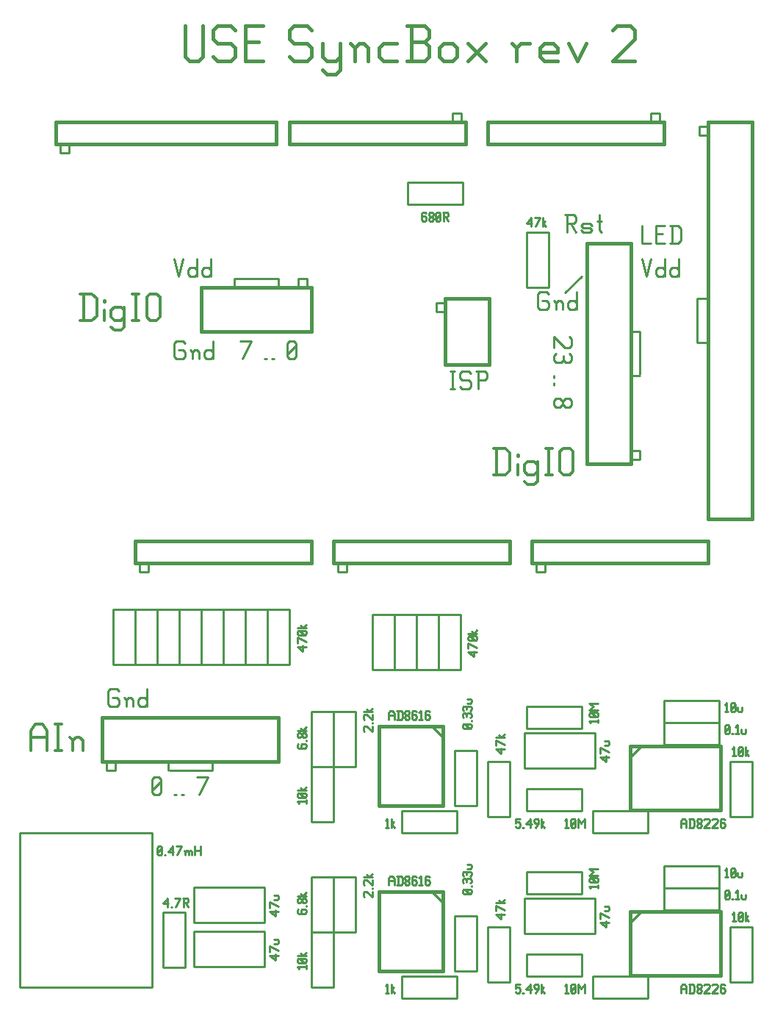
<source format=gbr>
G04 start of page 8 for group -4079 idx -4079 *
G04 Title: (unknown), topsilk *
G04 Creator: pcb 20140316 *
G04 CreationDate: Wed 12 Dec 2018 10:26:37 PM GMT UTC *
G04 For: thomasc *
G04 Format: Gerber/RS-274X *
G04 PCB-Dimensions (mil): 3750.00 5000.00 *
G04 PCB-Coordinate-Origin: lower left *
%MOIN*%
%FSLAX25Y25*%
%LNTOPSILK*%
%ADD52C,0.0150*%
%ADD51C,0.0120*%
%ADD50C,0.0160*%
%ADD49C,0.0100*%
G54D49*X260000Y357500D02*X267500Y365000D01*
X208000Y322000D02*X210000D01*
X209000D02*Y314000D01*
X208000D02*X210000D01*
X216400Y322000D02*X217400Y321000D01*
X213400Y322000D02*X216400D01*
X212400Y321000D02*X213400Y322000D01*
X212400Y321000D02*Y319000D01*
X213400Y318000D01*
X216400D01*
X217400Y317000D01*
Y315000D01*
X216400Y314000D02*X217400Y315000D01*
X213400Y314000D02*X216400D01*
X212400Y315000D02*X213400Y314000D01*
X220800Y322000D02*Y314000D01*
X219800Y322000D02*X223800D01*
X224800Y321000D01*
Y319000D01*
X223800Y318000D02*X224800Y319000D01*
X220800Y318000D02*X223800D01*
X251500Y358000D02*X252500Y357000D01*
X248500Y358000D02*X251500D01*
X247500Y357000D02*X248500Y358000D01*
X247500Y357000D02*Y351000D01*
X248500Y350000D01*
X251500D01*
X252500Y351000D01*
Y353000D02*Y351000D01*
X251500Y354000D02*X252500Y353000D01*
X249500Y354000D02*X251500D01*
X255900Y353000D02*Y350000D01*
Y353000D02*X256900Y354000D01*
X257900D01*
X258900Y353000D01*
Y350000D01*
X254900Y354000D02*X255900Y353000D01*
X265300Y358000D02*Y350000D01*
X264300D02*X265300Y351000D01*
X262300Y350000D02*X264300D01*
X261300Y351000D02*X262300Y350000D01*
X261300Y353000D02*Y351000D01*
Y353000D02*X262300Y354000D01*
X264300D01*
X265300Y353000D01*
X295000Y373000D02*X297000Y365000D01*
X299000Y373000D01*
X305400D02*Y365000D01*
X304400D02*X305400Y366000D01*
X302400Y365000D02*X304400D01*
X301400Y366000D02*X302400Y365000D01*
X301400Y368000D02*Y366000D01*
Y368000D02*X302400Y369000D01*
X304400D01*
X305400Y368000D01*
X311800Y373000D02*Y365000D01*
X310800D02*X311800Y366000D01*
X308800Y365000D02*X310800D01*
X307800Y366000D02*X308800Y365000D01*
X307800Y368000D02*Y366000D01*
Y368000D02*X308800Y369000D01*
X310800D01*
X311800Y368000D01*
X260000Y393000D02*X264000D01*
X265000Y392000D01*
Y390000D01*
X264000Y389000D02*X265000Y390000D01*
X261000Y389000D02*X264000D01*
X261000Y393000D02*Y385000D01*
X262600Y389000D02*X265000Y385000D01*
X268400D02*X271400D01*
X272400Y386000D01*
X271400Y387000D02*X272400Y386000D01*
X268400Y387000D02*X271400D01*
X267400Y388000D02*X268400Y387000D01*
X267400Y388000D02*X268400Y389000D01*
X271400D01*
X272400Y388000D01*
X267400Y386000D02*X268400Y385000D01*
X275800Y393000D02*Y386000D01*
X276800Y385000D01*
X274800Y390000D02*X276800D01*
X242500Y389000D02*X244500Y391500D01*
X242500Y389000D02*X245000D01*
X244500Y391500D02*Y387500D01*
X246700D02*X248700Y391500D01*
X246200D02*X248700D01*
X249900D02*Y387500D01*
Y389000D02*X251400Y387500D01*
X249900Y389000D02*X250900Y390000D01*
X113500Y327500D02*X117500Y335500D01*
X112500D02*X117500D01*
X123500Y327500D02*X124500D01*
X126900D02*X127900D01*
X133900Y328500D02*X134900Y327500D01*
X133900Y334500D02*Y328500D01*
Y334500D02*X134900Y335500D01*
X136900D01*
X137900Y334500D01*
Y328500D01*
X136900Y327500D02*X137900Y328500D01*
X134900Y327500D02*X136900D01*
X133900Y329500D02*X137900Y333500D01*
X82500Y373000D02*X84500Y365000D01*
X86500Y373000D01*
X92900D02*Y365000D01*
X91900D02*X92900Y366000D01*
X89900Y365000D02*X91900D01*
X88900Y366000D02*X89900Y365000D01*
X88900Y368000D02*Y366000D01*
Y368000D02*X89900Y369000D01*
X91900D01*
X92900Y368000D01*
X99300Y373000D02*Y365000D01*
X98300D02*X99300Y366000D01*
X96300Y365000D02*X98300D01*
X95300Y366000D02*X96300Y365000D01*
X95300Y368000D02*Y366000D01*
Y368000D02*X96300Y369000D01*
X98300D01*
X99300Y368000D01*
X86500Y335500D02*X87500Y334500D01*
X83500Y335500D02*X86500D01*
X82500Y334500D02*X83500Y335500D01*
X82500Y334500D02*Y328500D01*
X83500Y327500D01*
X86500D01*
X87500Y328500D01*
Y330500D02*Y328500D01*
X86500Y331500D02*X87500Y330500D01*
X84500Y331500D02*X86500D01*
X90900Y330500D02*Y327500D01*
Y330500D02*X91900Y331500D01*
X92900D01*
X93900Y330500D01*
Y327500D01*
X89900Y331500D02*X90900Y330500D01*
X100300Y335500D02*Y327500D01*
X99300D02*X100300Y328500D01*
X97300Y327500D02*X99300D01*
X96300Y328500D02*X97300Y327500D01*
X96300Y330500D02*Y328500D01*
Y330500D02*X97300Y331500D01*
X99300D01*
X100300Y330500D01*
X141000Y195000D02*X138500Y197000D01*
X141000Y197500D02*Y195000D01*
X138500Y197000D02*X142500D01*
Y199200D02*X138500Y201200D01*
Y198700D01*
X142000Y202400D02*X142500Y202900D01*
X139000Y202400D02*X142000D01*
X139000D02*X138500Y202900D01*
Y203900D02*Y202900D01*
Y203900D02*X139000Y204400D01*
X142000D01*
X142500Y203900D02*X142000Y204400D01*
X142500Y203900D02*Y202900D01*
X141500Y202400D02*X139500Y204400D01*
X138500Y205600D02*X142500D01*
X141000D02*X142500Y207100D01*
X141000Y205600D02*X140000Y206600D01*
X295000Y388000D02*Y380000D01*
X299000D01*
X301400Y384400D02*X304400D01*
X301400Y380000D02*X305400D01*
X301400Y388000D02*Y380000D01*
Y388000D02*X305400D01*
X308800D02*Y380000D01*
X311400Y388000D02*X312800Y386600D01*
Y381400D01*
X311400Y380000D02*X312800Y381400D01*
X307800Y380000D02*X311400D01*
X307800Y388000D02*X311400D01*
X196500Y394000D02*X197000Y393500D01*
X195500Y394000D02*X196500D01*
X195000Y393500D02*X195500Y394000D01*
X195000Y393500D02*Y390500D01*
X195500Y390000D01*
X196500Y392200D02*X197000Y391700D01*
X195000Y392200D02*X196500D01*
X195500Y390000D02*X196500D01*
X197000Y390500D01*
Y391700D02*Y390500D01*
X198200D02*X198700Y390000D01*
X198200Y391300D02*Y390500D01*
Y391300D02*X198900Y392000D01*
X199500D01*
X200200Y391300D01*
Y390500D01*
X199700Y390000D02*X200200Y390500D01*
X198700Y390000D02*X199700D01*
X198200Y392700D02*X198900Y392000D01*
X198200Y393500D02*Y392700D01*
Y393500D02*X198700Y394000D01*
X199700D01*
X200200Y393500D01*
Y392700D01*
X199500Y392000D02*X200200Y392700D01*
X201400Y390500D02*X201900Y390000D01*
X201400Y393500D02*Y390500D01*
Y393500D02*X201900Y394000D01*
X202900D01*
X203400Y393500D01*
Y390500D01*
X202900Y390000D02*X203400Y390500D01*
X201900Y390000D02*X202900D01*
X201400Y391000D02*X203400Y393000D01*
X204600Y394000D02*X206600D01*
X207100Y393500D01*
Y392500D01*
X206600Y392000D02*X207100Y392500D01*
X205100Y392000D02*X206600D01*
X205100Y394000D02*Y390000D01*
X205900Y392000D02*X207100Y390000D01*
G54D50*X87500Y478500D02*Y464500D01*
X89500Y462500D01*
X93500D01*
X95500Y464500D01*
Y478500D02*Y464500D01*
X108300Y478500D02*X110300Y476500D01*
X102300Y478500D02*X108300D01*
X100300Y476500D02*X102300Y478500D01*
X100300Y476500D02*Y472500D01*
X102300Y470500D01*
X108300D01*
X110300Y468500D01*
Y464500D01*
X108300Y462500D02*X110300Y464500D01*
X102300Y462500D02*X108300D01*
X100300Y464500D02*X102300Y462500D01*
X115100Y471300D02*X121100D01*
X115100Y462500D02*X123100D01*
X115100Y478500D02*Y462500D01*
Y478500D02*X123100D01*
X143100D02*X145100Y476500D01*
X137100Y478500D02*X143100D01*
X135100Y476500D02*X137100Y478500D01*
X135100Y476500D02*Y472500D01*
X137100Y470500D01*
X143100D01*
X145100Y468500D01*
Y464500D01*
X143100Y462500D02*X145100Y464500D01*
X137100Y462500D02*X143100D01*
X135100Y464500D02*X137100Y462500D01*
X149900Y470500D02*Y464500D01*
X151900Y462500D01*
X157900Y470500D02*Y458500D01*
X155900Y456500D02*X157900Y458500D01*
X151900Y456500D02*X155900D01*
X149900Y458500D02*X151900Y456500D01*
Y462500D02*X155900D01*
X157900Y464500D01*
X164700Y468500D02*Y462500D01*
Y468500D02*X166700Y470500D01*
X168700D01*
X170700Y468500D01*
Y462500D01*
X162700Y470500D02*X164700Y468500D01*
X177500Y470500D02*X183500D01*
X175500Y468500D02*X177500Y470500D01*
X175500Y468500D02*Y464500D01*
X177500Y462500D01*
X183500D01*
X188300D02*X196300D01*
X198300Y464500D01*
Y469300D02*Y464500D01*
X196300Y471300D02*X198300Y469300D01*
X190300Y471300D02*X196300D01*
X190300Y478500D02*Y462500D01*
X188300Y478500D02*X196300D01*
X198300Y476500D01*
Y473300D01*
X196300Y471300D02*X198300Y473300D01*
X203100Y468500D02*Y464500D01*
Y468500D02*X205100Y470500D01*
X209100D01*
X211100Y468500D01*
Y464500D01*
X209100Y462500D02*X211100Y464500D01*
X205100Y462500D02*X209100D01*
X203100Y464500D02*X205100Y462500D01*
X215900Y470500D02*X223900Y462500D01*
X215900D02*X223900Y470500D01*
X237900Y468500D02*Y462500D01*
Y468500D02*X239900Y470500D01*
X243900D01*
X235900D02*X237900Y468500D01*
X250700Y462500D02*X256700D01*
X248700Y464500D02*X250700Y462500D01*
X248700Y468500D02*Y464500D01*
Y468500D02*X250700Y470500D01*
X254700D01*
X256700Y468500D01*
X248700Y466500D02*X256700D01*
Y468500D02*Y466500D01*
X261500Y470500D02*X265500Y462500D01*
X269500Y470500D02*X265500Y462500D01*
X281500Y476500D02*X283500Y478500D01*
X289500D01*
X291500Y476500D01*
Y472500D01*
X281500Y462500D02*X291500Y472500D01*
X281500Y462500D02*X291500D01*
G54D51*X229000Y287000D02*Y275000D01*
X232900Y287000D02*X235000Y284900D01*
Y277100D01*
X232900Y275000D02*X235000Y277100D01*
X227500Y275000D02*X232900D01*
X227500Y287000D02*X232900D01*
G54D52*X238600Y284000D02*Y283700D01*
G54D51*Y279500D02*Y275000D01*
X246100Y281000D02*X247600Y279500D01*
X243100Y281000D02*X246100D01*
X241600Y279500D02*X243100Y281000D01*
X241600Y279500D02*Y276500D01*
X243100Y275000D01*
X246100D01*
X247600Y276500D01*
X241600Y272000D02*X243100Y270500D01*
X246100D01*
X247600Y272000D01*
Y281000D02*Y272000D01*
X251200Y287000D02*X254200D01*
X252700D02*Y275000D01*
X251200D02*X254200D01*
X257800Y285500D02*Y276500D01*
Y285500D02*X259300Y287000D01*
X262300D01*
X263800Y285500D01*
Y276500D01*
X262300Y275000D02*X263800Y276500D01*
X259300Y275000D02*X262300D01*
X257800Y276500D02*X259300Y275000D01*
G54D49*X218500Y192500D02*X216000Y194500D01*
X218500Y195000D02*Y192500D01*
X216000Y194500D02*X220000D01*
Y196700D02*X216000Y198700D01*
Y196200D01*
X219500Y199900D02*X220000Y200400D01*
X216500Y199900D02*X219500D01*
X216500D02*X216000Y200400D01*
Y201400D02*Y200400D01*
Y201400D02*X216500Y201900D01*
X219500D01*
X220000Y201400D02*X219500Y201900D01*
X220000Y201400D02*Y200400D01*
X219000Y199900D02*X217000Y201900D01*
X216000Y203100D02*X220000D01*
X218500D02*X220000Y204600D01*
X218500Y203100D02*X217500Y204100D01*
G54D51*X41500Y357000D02*Y345000D01*
X45400Y357000D02*X47500Y354900D01*
Y347100D01*
X45400Y345000D02*X47500Y347100D01*
X40000Y345000D02*X45400D01*
X40000Y357000D02*X45400D01*
G54D52*X51100Y354000D02*Y353700D01*
G54D51*Y349500D02*Y345000D01*
X58600Y351000D02*X60100Y349500D01*
X55600Y351000D02*X58600D01*
X54100Y349500D02*X55600Y351000D01*
X54100Y349500D02*Y346500D01*
X55600Y345000D01*
X58600D01*
X60100Y346500D01*
X54100Y342000D02*X55600Y340500D01*
X58600D01*
X60100Y342000D01*
Y351000D02*Y342000D01*
X63700Y357000D02*X66700D01*
X65200D02*Y345000D01*
X63700D02*X66700D01*
X70300Y355500D02*Y346500D01*
Y355500D02*X71800Y357000D01*
X74800D01*
X76300Y355500D01*
Y346500D01*
X74800Y345000D02*X76300Y346500D01*
X71800Y345000D02*X74800D01*
X70300Y346500D02*X71800Y345000D01*
G54D49*X72500Y131000D02*X73500Y130000D01*
X72500Y137000D02*Y131000D01*
Y137000D02*X73500Y138000D01*
X75500D01*
X76500Y137000D01*
Y131000D01*
X75500Y130000D02*X76500Y131000D01*
X73500Y130000D02*X75500D01*
X72500Y132000D02*X76500Y136000D01*
X82500Y130000D02*X83500D01*
X85900D02*X86900D01*
X93900D02*X97900Y138000D01*
X92900D02*X97900D01*
X56500Y178000D02*X57500Y177000D01*
X53500Y178000D02*X56500D01*
X52500Y177000D02*X53500Y178000D01*
X52500Y177000D02*Y171000D01*
X53500Y170000D01*
X56500D01*
X57500Y171000D01*
Y173000D02*Y171000D01*
X56500Y174000D02*X57500Y173000D01*
X54500Y174000D02*X56500D01*
X60900Y173000D02*Y170000D01*
Y173000D02*X61900Y174000D01*
X62900D01*
X63900Y173000D01*
Y170000D01*
X59900Y174000D02*X60900Y173000D01*
X70300Y178000D02*Y170000D01*
X69300D02*X70300Y171000D01*
X67300Y170000D02*X69300D01*
X66300Y171000D02*X67300Y170000D01*
X66300Y173000D02*Y171000D01*
Y173000D02*X67300Y174000D01*
X69300D01*
X70300Y173000D01*
G54D51*X17500Y159000D02*Y150000D01*
Y159000D02*X19600Y162000D01*
X22900D01*
X25000Y159000D01*
Y150000D01*
X17500Y156000D02*X25000D01*
X28600Y162000D02*X31600D01*
X30100D02*Y150000D01*
X28600D02*X31600D01*
X36700Y154500D02*Y150000D01*
Y154500D02*X38200Y156000D01*
X39700D01*
X41200Y154500D01*
Y150000D01*
X35200Y156000D02*X36700Y154500D01*
G54D49*X262000Y337500D02*X263000Y336500D01*
Y333500D01*
X262000Y332500D01*
X260000D02*X262000D01*
X255000Y337500D02*X260000Y332500D01*
X255000Y337500D02*Y332500D01*
X262000Y330100D02*X263000Y329100D01*
Y327100D01*
X262000Y326100D01*
X255000Y327100D02*X256000Y326100D01*
X255000Y329100D02*Y327100D01*
X256000Y330100D02*X255000Y329100D01*
X259400D02*Y327100D01*
X260400Y326100D02*X262000D01*
X256000D02*X258400D01*
X259400Y327100D01*
X260400Y326100D02*X259400Y327100D01*
X255000Y320100D02*Y319100D01*
Y316700D02*Y315700D01*
X256000Y309700D02*X255000Y308700D01*
X256000Y309700D02*X257600D01*
X259000Y308300D01*
Y307100D01*
X257600Y305700D01*
X256000D02*X257600D01*
X255000Y306700D02*X256000Y305700D01*
X255000Y308700D02*Y306700D01*
X260400Y309700D02*X259000Y308300D01*
X260400Y309700D02*X262000D01*
X263000Y308700D01*
Y306700D01*
X262000Y305700D01*
X260400D02*X262000D01*
X259000Y307100D02*X260400Y305700D01*
X12500Y112500D02*Y42500D01*
X72500D01*
Y112500D01*
X12500D01*
X87500Y76500D02*Y51500D01*
X77500D02*X87500D01*
X77500Y76500D02*Y51500D01*
Y76500D02*X87500D01*
X91500Y52000D02*X123500D01*
X91500Y68000D02*Y52000D01*
Y68000D02*X123500D01*
Y52000D01*
X91500Y72000D02*X123500D01*
X91500Y88000D02*Y72000D01*
Y88000D02*X123500D01*
Y72000D01*
G54D52*X129000Y435000D02*Y425000D01*
X29000Y435000D02*Y425000D01*
G54D49*X31000D02*Y421000D01*
X35000D02*Y425000D01*
X31000Y421000D02*X35000D01*
G54D52*X29000Y425000D02*X129000D01*
Y435000D02*X29000D01*
X145000Y245000D02*Y235000D01*
X65000Y245000D02*Y235000D01*
G54D49*X67000D02*Y231000D01*
X71000D02*Y235000D01*
X67000Y231000D02*X71000D01*
G54D52*X65000Y235000D02*X145000D01*
Y245000D02*X65000D01*
G54D49*X188500Y407500D02*X213500D01*
Y397500D01*
X188500D01*
Y407500D01*
G54D52*X95000Y360000D02*Y340000D01*
X145000Y360000D02*Y340000D01*
G54D49*X143000Y364000D02*Y360000D01*
G54D52*X95000D02*X145000D01*
G54D49*X139000Y364000D02*X143000D01*
G54D52*X95000Y340000D02*X145000D01*
G54D49*X139000Y364000D02*Y360000D01*
X110000Y364000D02*Y360000D01*
X130000Y364000D02*Y360000D01*
X110000Y364000D02*X129500D01*
G54D52*X225000Y435000D02*Y425000D01*
X305000Y435000D02*Y425000D01*
G54D49*X303000Y439000D02*Y435000D01*
X299000Y439000D02*Y435000D01*
Y439000D02*X303000D01*
G54D52*X225000Y435000D02*X305000D01*
X225000Y425000D02*X305000D01*
X135000Y435000D02*Y425000D01*
X215000Y435000D02*Y425000D01*
G54D49*X213000Y439000D02*Y435000D01*
X209000Y439000D02*Y435000D01*
Y439000D02*X213000D01*
G54D52*X135000Y435000D02*X215000D01*
X135000Y425000D02*X215000D01*
G54D49*X320000Y355000D02*X325000D01*
X320000Y335000D02*X325000D01*
X320000Y355000D02*Y335000D01*
X321000Y429000D02*X325000D01*
G54D52*X345000Y435000D02*Y255000D01*
G54D49*X321000Y433000D02*Y429000D01*
G54D52*X325000Y435000D02*Y255000D01*
G54D49*X321000Y433000D02*X325000D01*
G54D52*Y435000D02*X345000D01*
X325000Y255000D02*X345000D01*
X325000Y245000D02*Y235000D01*
X245000Y245000D02*Y235000D01*
G54D49*X247000D02*Y231000D01*
X251000D02*Y235000D01*
X247000Y231000D02*X251000D01*
G54D52*X245000Y235000D02*X325000D01*
Y245000D02*X245000D01*
X235000D02*Y235000D01*
X155000Y245000D02*Y235000D01*
G54D49*X157000D02*Y231000D01*
X161000D02*Y235000D01*
X157000Y231000D02*X161000D01*
G54D52*X155000Y235000D02*X235000D01*
Y245000D02*X155000D01*
X225500Y355000D02*Y325000D01*
G54D49*X201500Y353000D02*Y349000D01*
Y353000D02*X205500D01*
G54D52*Y325000D02*X225500D01*
G54D49*X201500Y349000D02*X205500D01*
G54D52*Y355000D02*Y325000D01*
Y355000D02*X225500D01*
X270000Y380000D02*X290000D01*
X270000Y280000D02*X290000D01*
G54D49*Y282000D02*X294000D01*
G54D52*X290000Y380000D02*Y280000D01*
G54D49*X294000Y286000D02*Y282000D01*
G54D52*X270000Y380000D02*Y280000D01*
G54D49*X290000Y286000D02*X294000D01*
X290000Y340000D02*X294000D01*
X290000Y320000D02*X294000D01*
Y340000D02*Y320500D01*
X252500Y385000D02*Y360000D01*
X242500D02*X252500D01*
X242500Y385000D02*Y360000D01*
Y385000D02*X252500D01*
G54D52*X289500Y77000D02*X330500D01*
Y48000D01*
X289500Y77000D02*Y48000D01*
X330500D01*
G54D49*X294500Y77000D02*X289500Y72000D01*
X273500Y83000D02*X241500D01*
X273500Y67000D02*Y83000D01*
X241500Y67000D02*X273500D01*
X241500Y83000D02*Y67000D01*
X335000Y70000D02*Y45000D01*
Y70000D02*X345000D01*
Y45000D01*
X335000D02*X345000D01*
X272500Y47500D02*X297500D01*
Y37500D01*
X272500D02*X297500D01*
X272500Y47500D02*Y37500D01*
X225000Y70000D02*Y45000D01*
Y70000D02*X235000D01*
Y45000D01*
X225000D02*X235000D01*
X242500Y57500D02*X267500D01*
Y47500D01*
X242500D01*
Y57500D01*
Y95000D02*X267500D01*
Y85000D01*
X242500D01*
Y95000D01*
X273500Y158000D02*X241500D01*
X273500Y142000D02*Y158000D01*
X241500Y142000D02*X273500D01*
X241500Y158000D02*Y142000D01*
X242500Y132500D02*X267500D01*
Y122500D01*
X242500D01*
Y132500D01*
Y170000D02*X267500D01*
Y160000D01*
X242500D01*
Y170000D01*
X225000Y145000D02*Y120000D01*
Y145000D02*X235000D01*
Y120000D01*
X225000D02*X235000D01*
X305000Y87500D02*X330000D01*
Y77500D01*
X305000D01*
Y87500D01*
Y97500D02*X330000D01*
Y87500D01*
X305000D01*
Y97500D01*
G54D52*X289500Y152000D02*X330500D01*
Y123000D01*
X289500Y152000D02*Y123000D01*
X330500D01*
G54D49*X294500Y152000D02*X289500Y147000D01*
X305000Y162500D02*X330000D01*
Y152500D01*
X305000D01*
Y162500D01*
Y172500D02*X330000D01*
Y162500D01*
X305000D01*
Y172500D01*
X335000Y145000D02*Y120000D01*
Y145000D02*X345000D01*
Y120000D01*
X335000D02*X345000D01*
X272500Y122500D02*X297500D01*
Y112500D01*
X272500D02*X297500D01*
X272500Y122500D02*Y112500D01*
X145000Y92500D02*Y67500D01*
Y92500D02*X155000D01*
Y67500D01*
X145000D02*X155000D01*
Y92500D02*Y67500D01*
Y92500D02*X165000D01*
Y67500D01*
X155000D02*X165000D01*
X145000D02*Y42500D01*
Y67500D02*X155000D01*
Y42500D01*
X145000D02*X155000D01*
G54D52*X175500Y86000D02*Y50000D01*
X204500Y86000D02*Y50000D01*
G54D49*Y81000D02*X199500Y86000D01*
G54D52*X175500D02*X204500D01*
X175500Y50000D02*X204500D01*
G54D49*X210000Y75000D02*Y50000D01*
Y75000D02*X220000D01*
Y50000D01*
X210000D02*X220000D01*
X186000Y47500D02*X211000D01*
Y37500D01*
X186000D02*X211000D01*
X186000Y47500D02*Y37500D01*
X145000Y167500D02*Y142500D01*
Y167500D02*X155000D01*
Y142500D01*
X145000D02*X155000D01*
X145000D02*Y117500D01*
Y142500D02*X155000D01*
Y117500D01*
X145000D02*X155000D01*
G54D52*X130000Y165000D02*Y145000D01*
X50000Y165000D02*Y145000D01*
G54D49*X52000D02*Y141000D01*
G54D52*X50000Y145000D02*X130000D01*
G54D49*X52000Y141000D02*X56000D01*
G54D52*X50000Y165000D02*X130000D01*
G54D49*X56000Y145000D02*Y141000D01*
X100000Y145000D02*Y141000D01*
X80000Y145000D02*Y141000D01*
X80500D02*X100000D01*
X155000Y167500D02*Y142500D01*
Y167500D02*X165000D01*
Y142500D01*
X155000D02*X165000D01*
G54D52*X175500Y161000D02*Y125000D01*
X204500Y161000D02*Y125000D01*
G54D49*Y156000D02*X199500Y161000D01*
G54D52*X175500D02*X204500D01*
X175500Y125000D02*X204500D01*
G54D49*X210000Y150000D02*Y125000D01*
Y150000D02*X220000D01*
Y125000D01*
X210000D02*X220000D01*
X186000Y122500D02*X211000D01*
Y112500D01*
X186000D02*X211000D01*
X186000Y122500D02*Y112500D01*
X85000Y189000D02*Y214000D01*
X75000Y189000D02*X85000D01*
X75000D02*Y214000D01*
X85000D01*
X75000Y189000D02*Y214000D01*
X65000Y189000D02*X75000D01*
X65000D02*Y214000D01*
X75000D01*
X65000Y189000D02*Y214000D01*
X55000Y189000D02*X65000D01*
X55000D02*Y214000D01*
X65000D01*
X95000Y189000D02*Y214000D01*
X85000Y189000D02*X95000D01*
X85000D02*Y214000D01*
X95000D01*
X115000Y189000D02*Y214000D01*
X105000Y189000D02*X115000D01*
X105000D02*Y214000D01*
X115000D01*
X105000Y189000D02*Y214000D01*
X95000Y189000D02*X105000D01*
X95000D02*Y214000D01*
X105000D01*
X125000Y189000D02*Y214000D01*
X115000Y189000D02*X125000D01*
X115000D02*Y214000D01*
X125000D01*
X135000Y189000D02*Y214000D01*
X125000Y189000D02*X135000D01*
X125000D02*Y214000D01*
X135000D01*
X182500Y186500D02*Y211500D01*
X172500Y186500D02*X182500D01*
X172500D02*Y211500D01*
X182500D01*
X192500Y186500D02*Y211500D01*
X182500Y186500D02*X192500D01*
X182500D02*Y211500D01*
X192500D01*
X202500Y186500D02*Y211500D01*
X192500Y186500D02*X202500D01*
X192500D02*Y211500D01*
X202500D01*
X212500Y186500D02*Y211500D01*
X202500Y186500D02*X212500D01*
X202500D02*Y211500D01*
X212500D01*
X138500Y77500D02*X139000Y78000D01*
X138500Y77500D02*Y76500D01*
X139000Y76000D02*X138500Y76500D01*
X139000Y76000D02*X142000D01*
X142500Y76500D01*
X140300Y77500D02*X140800Y78000D01*
X140300Y77500D02*Y76000D01*
X142500Y77500D02*Y76500D01*
Y77500D02*X142000Y78000D01*
X140800D02*X142000D01*
X142500Y79700D02*Y79200D01*
X142000Y80900D02*X142500Y81400D01*
X141200Y80900D02*X142000D01*
X141200D02*X140500Y81600D01*
Y82200D02*Y81600D01*
Y82200D02*X141200Y82900D01*
X142000D01*
X142500Y82400D02*X142000Y82900D01*
X142500Y82400D02*Y81400D01*
X139800Y80900D02*X140500Y81600D01*
X139000Y80900D02*X139800D01*
X139000D02*X138500Y81400D01*
Y82400D02*Y81400D01*
Y82400D02*X139000Y82900D01*
X139800D01*
X140500Y82200D02*X139800Y82900D01*
X138500Y84100D02*X142500D01*
X141000D02*X142500Y85600D01*
X141000Y84100D02*X140000Y85100D01*
X169000Y83500D02*X168500Y84000D01*
Y85500D02*Y84000D01*
Y85500D02*X169000Y86000D01*
X170000D01*
X172500Y83500D02*X170000Y86000D01*
X172500D02*Y83500D01*
Y87700D02*Y87200D01*
X169000Y88900D02*X168500Y89400D01*
Y90900D02*Y89400D01*
Y90900D02*X169000Y91400D01*
X170000D01*
X172500Y88900D02*X170000Y91400D01*
X172500D02*Y88900D01*
X168500Y92600D02*X172500D01*
X171000D02*X172500Y94100D01*
X171000Y92600D02*X170000Y93600D01*
X139300Y51000D02*X138500Y51800D01*
X142500D01*
Y52500D02*Y51000D01*
X142000Y53700D02*X142500Y54200D01*
X139000Y53700D02*X142000D01*
X139000D02*X138500Y54200D01*
Y55200D02*Y54200D01*
Y55200D02*X139000Y55700D01*
X142000D01*
X142500Y55200D02*X142000Y55700D01*
X142500Y55200D02*Y54200D01*
X141500Y53700D02*X139500Y55700D01*
X138500Y56900D02*X142500D01*
X141000D02*X142500Y58400D01*
X141000Y56900D02*X140000Y57900D01*
X180000Y92000D02*Y89000D01*
Y92000D02*X180700Y93000D01*
X181800D01*
X182500Y92000D01*
Y89000D01*
X180000Y91000D02*X182500D01*
X184200Y93000D02*Y89000D01*
X185500Y93000D02*X186200Y92300D01*
Y89700D01*
X185500Y89000D02*X186200Y89700D01*
X183700Y89000D02*X185500D01*
X183700Y93000D02*X185500D01*
X187400Y89500D02*X187900Y89000D01*
X187400Y90300D02*Y89500D01*
Y90300D02*X188100Y91000D01*
X188700D01*
X189400Y90300D01*
Y89500D01*
X188900Y89000D02*X189400Y89500D01*
X187900Y89000D02*X188900D01*
X187400Y91700D02*X188100Y91000D01*
X187400Y92500D02*Y91700D01*
Y92500D02*X187900Y93000D01*
X188900D01*
X189400Y92500D01*
Y91700D01*
X188700Y91000D02*X189400Y91700D01*
X192100Y93000D02*X192600Y92500D01*
X191100Y93000D02*X192100D01*
X190600Y92500D02*X191100Y93000D01*
X190600Y92500D02*Y89500D01*
X191100Y89000D01*
X192100Y91200D02*X192600Y90700D01*
X190600Y91200D02*X192100D01*
X191100Y89000D02*X192100D01*
X192600Y89500D01*
Y90700D02*Y89500D01*
X193800Y92200D02*X194600Y93000D01*
Y89000D01*
X193800D02*X195300D01*
X198000Y93000D02*X198500Y92500D01*
X197000Y93000D02*X198000D01*
X196500Y92500D02*X197000Y93000D01*
X196500Y92500D02*Y89500D01*
X197000Y89000D01*
X198000Y91200D02*X198500Y90700D01*
X196500Y91200D02*X198000D01*
X197000Y89000D02*X198000D01*
X198500Y89500D01*
Y90700D02*Y89500D01*
X178500Y43200D02*X179300Y44000D01*
Y40000D01*
X178500D02*X180000D01*
X181200Y44000D02*Y40000D01*
Y41500D02*X182700Y40000D01*
X181200Y41500D02*X182200Y42500D01*
X75000Y103000D02*X75500Y102500D01*
X75000Y106000D02*Y103000D01*
Y106000D02*X75500Y106500D01*
X76500D01*
X77000Y106000D01*
Y103000D01*
X76500Y102500D02*X77000Y103000D01*
X75500Y102500D02*X76500D01*
X75000Y103500D02*X77000Y105500D01*
X78200Y102500D02*X78700D01*
X79900Y104000D02*X81900Y106500D01*
X79900Y104000D02*X82400D01*
X81900Y106500D02*Y102500D01*
X84100D02*X86100Y106500D01*
X83600D02*X86100D01*
X87800Y104000D02*Y102500D01*
Y104000D02*X88300Y104500D01*
X88800D01*
X89300Y104000D01*
Y102500D01*
Y104000D02*X89800Y104500D01*
X90300D01*
X90800Y104000D01*
Y102500D01*
X87300Y104500D02*X87800Y104000D01*
X92000Y106500D02*Y102500D01*
X94500Y106500D02*Y102500D01*
X92000Y104500D02*X94500D01*
X77500Y80500D02*X79500Y83000D01*
X77500Y80500D02*X80000D01*
X79500Y83000D02*Y79000D01*
X81200D02*X81700D01*
X83400D02*X85400Y83000D01*
X82900D02*X85400D01*
X86600D02*X88600D01*
X89100Y82500D01*
Y81500D01*
X88600Y81000D02*X89100Y81500D01*
X87100Y81000D02*X88600D01*
X87100Y83000D02*Y79000D01*
X87900Y81000D02*X89100Y79000D01*
X128500Y55000D02*X126000Y57000D01*
X128500Y57500D02*Y55000D01*
X126000Y57000D02*X130000D01*
Y59200D02*X126000Y61200D01*
Y58700D01*
X128000Y62400D02*X129500D01*
X130000Y62900D01*
Y63900D02*Y62900D01*
Y63900D02*X129500Y64400D01*
X128000D02*X129500D01*
X128500Y75000D02*X126000Y77000D01*
X128500Y77500D02*Y75000D01*
X126000Y77000D02*X130000D01*
Y79200D02*X126000Y81200D01*
Y78700D01*
X128000Y82400D02*X129500D01*
X130000Y82900D01*
Y83900D02*Y82900D01*
Y83900D02*X129500Y84400D01*
X128000D02*X129500D01*
X217000Y85000D02*X217500Y85500D01*
X214000Y85000D02*X217000D01*
X214000D02*X213500Y85500D01*
Y86500D02*Y85500D01*
Y86500D02*X214000Y87000D01*
X217000D01*
X217500Y86500D02*X217000Y87000D01*
X217500Y86500D02*Y85500D01*
X216500Y85000D02*X214500Y87000D01*
X217500Y88700D02*Y88200D01*
X214000Y89900D02*X213500Y90400D01*
Y91400D02*Y90400D01*
Y91400D02*X214000Y91900D01*
X217500Y91400D02*X217000Y91900D01*
X217500Y91400D02*Y90400D01*
X217000Y89900D02*X217500Y90400D01*
X215300Y91400D02*Y90400D01*
X214000Y91900D02*X214800D01*
X215800D02*X217000D01*
X215800D02*X215300Y91400D01*
X214800Y91900D02*X215300Y91400D01*
X214000Y93100D02*X213500Y93600D01*
Y94600D02*Y93600D01*
Y94600D02*X214000Y95100D01*
X217500Y94600D02*X217000Y95100D01*
X217500Y94600D02*Y93600D01*
X217000Y93100D02*X217500Y93600D01*
X215300Y94600D02*Y93600D01*
X214000Y95100D02*X214800D01*
X215800D02*X217000D01*
X215800D02*X215300Y94600D01*
X214800Y95100D02*X215300Y94600D01*
X215500Y96300D02*X217000D01*
X217500Y96800D01*
Y97800D02*Y96800D01*
Y97800D02*X217000Y98300D01*
X215500D02*X217000D01*
X231000Y73500D02*X228500Y75500D01*
X231000Y76000D02*Y73500D01*
X228500Y75500D02*X232500D01*
Y77700D02*X228500Y79700D01*
Y77200D01*
Y80900D02*X232500D01*
X231000D02*X232500Y82400D01*
X231000Y80900D02*X230000Y81900D01*
X237500Y119000D02*X239500D01*
X237500D02*Y117000D01*
X238000Y117500D01*
X239000D01*
X239500Y117000D01*
Y115500D01*
X239000Y115000D02*X239500Y115500D01*
X238000Y115000D02*X239000D01*
X237500Y115500D02*X238000Y115000D01*
X240700D02*X241200D01*
X242400Y116500D02*X244400Y119000D01*
X242400Y116500D02*X244900D01*
X244400Y119000D02*Y115000D01*
X246600D02*X248100Y117000D01*
Y118500D02*Y117000D01*
X247600Y119000D02*X248100Y118500D01*
X246600Y119000D02*X247600D01*
X246100Y118500D02*X246600Y119000D01*
X246100Y118500D02*Y117500D01*
X246600Y117000D01*
X248100D01*
X249300Y119000D02*Y115000D01*
Y116500D02*X250800Y115000D01*
X249300Y116500D02*X250300Y117500D01*
X336000Y75700D02*X336800Y76500D01*
Y72500D01*
X336000D02*X337500D01*
X338700Y73000D02*X339200Y72500D01*
X338700Y76000D02*Y73000D01*
Y76000D02*X339200Y76500D01*
X340200D01*
X340700Y76000D01*
Y73000D01*
X340200Y72500D02*X340700Y73000D01*
X339200Y72500D02*X340200D01*
X338700Y73500D02*X340700Y75500D01*
X341900Y76500D02*Y72500D01*
Y74000D02*X343400Y72500D01*
X341900Y74000D02*X342900Y75000D01*
X312500Y43000D02*Y40000D01*
Y43000D02*X313200Y44000D01*
X314300D01*
X315000Y43000D01*
Y40000D01*
X312500Y42000D02*X315000D01*
X316700Y44000D02*Y40000D01*
X318000Y44000D02*X318700Y43300D01*
Y40700D01*
X318000Y40000D02*X318700Y40700D01*
X316200Y40000D02*X318000D01*
X316200Y44000D02*X318000D01*
X319900Y40500D02*X320400Y40000D01*
X319900Y41300D02*Y40500D01*
Y41300D02*X320600Y42000D01*
X321200D01*
X321900Y41300D01*
Y40500D01*
X321400Y40000D02*X321900Y40500D01*
X320400Y40000D02*X321400D01*
X319900Y42700D02*X320600Y42000D01*
X319900Y43500D02*Y42700D01*
Y43500D02*X320400Y44000D01*
X321400D01*
X321900Y43500D01*
Y42700D01*
X321200Y42000D02*X321900Y42700D01*
X323100Y43500D02*X323600Y44000D01*
X325100D01*
X325600Y43500D01*
Y42500D01*
X323100Y40000D02*X325600Y42500D01*
X323100Y40000D02*X325600D01*
X326800Y43500D02*X327300Y44000D01*
X328800D01*
X329300Y43500D01*
Y42500D01*
X326800Y40000D02*X329300Y42500D01*
X326800Y40000D02*X329300D01*
X332000Y44000D02*X332500Y43500D01*
X331000Y44000D02*X332000D01*
X330500Y43500D02*X331000Y44000D01*
X330500Y43500D02*Y40500D01*
X331000Y40000D01*
X332000Y42200D02*X332500Y41700D01*
X330500Y42200D02*X332000D01*
X331000Y40000D02*X332000D01*
X332500Y40500D01*
Y41700D02*Y40500D01*
X278500Y70000D02*X276000Y72000D01*
X278500Y72500D02*Y70000D01*
X276000Y72000D02*X280000D01*
Y74200D02*X276000Y76200D01*
Y73700D01*
X278000Y77400D02*X279500D01*
X280000Y77900D01*
Y78900D02*Y77900D01*
Y78900D02*X279500Y79400D01*
X278000D02*X279500D01*
X237500Y44000D02*X239500D01*
X237500D02*Y42000D01*
X238000Y42500D01*
X239000D01*
X239500Y42000D01*
Y40500D01*
X239000Y40000D02*X239500Y40500D01*
X238000Y40000D02*X239000D01*
X237500Y40500D02*X238000Y40000D01*
X240700D02*X241200D01*
X242400Y41500D02*X244400Y44000D01*
X242400Y41500D02*X244900D01*
X244400Y44000D02*Y40000D01*
X246600D02*X248100Y42000D01*
Y43500D02*Y42000D01*
X247600Y44000D02*X248100Y43500D01*
X246600Y44000D02*X247600D01*
X246100Y43500D02*X246600Y44000D01*
X246100Y43500D02*Y42500D01*
X246600Y42000D01*
X248100D01*
X249300Y44000D02*Y40000D01*
Y41500D02*X250800Y40000D01*
X249300Y41500D02*X250300Y42500D01*
X271800Y87500D02*X271000Y88300D01*
X275000D01*
Y89000D02*Y87500D01*
X274500Y90200D02*X275000Y90700D01*
X271500Y90200D02*X274500D01*
X271500D02*X271000Y90700D01*
Y91700D02*Y90700D01*
Y91700D02*X271500Y92200D01*
X274500D01*
X275000Y91700D02*X274500Y92200D01*
X275000Y91700D02*Y90700D01*
X274000Y90200D02*X272000Y92200D01*
X271000Y93400D02*X275000D01*
X271000D02*X273000Y94900D01*
X271000Y96400D01*
X275000D01*
X260000Y43200D02*X260800Y44000D01*
Y40000D01*
X260000D02*X261500D01*
X262700Y40500D02*X263200Y40000D01*
X262700Y43500D02*Y40500D01*
Y43500D02*X263200Y44000D01*
X264200D01*
X264700Y43500D01*
Y40500D01*
X264200Y40000D02*X264700Y40500D01*
X263200Y40000D02*X264200D01*
X262700Y41000D02*X264700Y43000D01*
X265900Y44000D02*Y40000D01*
Y44000D02*X267400Y42000D01*
X268900Y44000D01*
Y40000D01*
X332500Y83000D02*X333000Y82500D01*
X332500Y86000D02*Y83000D01*
Y86000D02*X333000Y86500D01*
X334000D01*
X334500Y86000D01*
Y83000D01*
X334000Y82500D02*X334500Y83000D01*
X333000Y82500D02*X334000D01*
X332500Y83500D02*X334500Y85500D01*
X335700Y82500D02*X336200D01*
X337400Y85700D02*X338200Y86500D01*
Y82500D01*
X337400D02*X338900D01*
X340100Y84500D02*Y83000D01*
X340600Y82500D01*
X341600D01*
X342100Y83000D01*
Y84500D02*Y83000D01*
X332500Y95700D02*X333300Y96500D01*
Y92500D01*
X332500D02*X334000D01*
X335200Y93000D02*X335700Y92500D01*
X335200Y96000D02*Y93000D01*
Y96000D02*X335700Y96500D01*
X336700D01*
X337200Y96000D01*
Y93000D01*
X336700Y92500D02*X337200Y93000D01*
X335700Y92500D02*X336700D01*
X335200Y93500D02*X337200Y95500D01*
X338400Y94500D02*Y93000D01*
X338900Y92500D01*
X339900D01*
X340400Y93000D01*
Y94500D02*Y93000D01*
X312500Y118000D02*Y115000D01*
Y118000D02*X313200Y119000D01*
X314300D01*
X315000Y118000D01*
Y115000D01*
X312500Y117000D02*X315000D01*
X316700Y119000D02*Y115000D01*
X318000Y119000D02*X318700Y118300D01*
Y115700D01*
X318000Y115000D02*X318700Y115700D01*
X316200Y115000D02*X318000D01*
X316200Y119000D02*X318000D01*
X319900Y115500D02*X320400Y115000D01*
X319900Y116300D02*Y115500D01*
Y116300D02*X320600Y117000D01*
X321200D01*
X321900Y116300D01*
Y115500D01*
X321400Y115000D02*X321900Y115500D01*
X320400Y115000D02*X321400D01*
X319900Y117700D02*X320600Y117000D01*
X319900Y118500D02*Y117700D01*
Y118500D02*X320400Y119000D01*
X321400D01*
X321900Y118500D01*
Y117700D01*
X321200Y117000D02*X321900Y117700D01*
X323100Y118500D02*X323600Y119000D01*
X325100D01*
X325600Y118500D01*
Y117500D01*
X323100Y115000D02*X325600Y117500D01*
X323100Y115000D02*X325600D01*
X326800Y118500D02*X327300Y119000D01*
X328800D01*
X329300Y118500D01*
Y117500D01*
X326800Y115000D02*X329300Y117500D01*
X326800Y115000D02*X329300D01*
X332000Y119000D02*X332500Y118500D01*
X331000Y119000D02*X332000D01*
X330500Y118500D02*X331000Y119000D01*
X330500Y118500D02*Y115500D01*
X331000Y115000D01*
X332000Y117200D02*X332500Y116700D01*
X330500Y117200D02*X332000D01*
X331000Y115000D02*X332000D01*
X332500Y115500D01*
Y116700D02*Y115500D01*
X332500Y158000D02*X333000Y157500D01*
X332500Y161000D02*Y158000D01*
Y161000D02*X333000Y161500D01*
X334000D01*
X334500Y161000D01*
Y158000D01*
X334000Y157500D02*X334500Y158000D01*
X333000Y157500D02*X334000D01*
X332500Y158500D02*X334500Y160500D01*
X335700Y157500D02*X336200D01*
X337400Y160700D02*X338200Y161500D01*
Y157500D01*
X337400D02*X338900D01*
X340100Y159500D02*Y158000D01*
X340600Y157500D01*
X341600D01*
X342100Y158000D01*
Y159500D02*Y158000D01*
X332500Y170700D02*X333300Y171500D01*
Y167500D01*
X332500D02*X334000D01*
X335200Y168000D02*X335700Y167500D01*
X335200Y171000D02*Y168000D01*
Y171000D02*X335700Y171500D01*
X336700D01*
X337200Y171000D01*
Y168000D01*
X336700Y167500D02*X337200Y168000D01*
X335700Y167500D02*X336700D01*
X335200Y168500D02*X337200Y170500D01*
X338400Y169500D02*Y168000D01*
X338900Y167500D01*
X339900D01*
X340400Y168000D01*
Y169500D02*Y168000D01*
X336000Y150700D02*X336800Y151500D01*
Y147500D01*
X336000D02*X337500D01*
X338700Y148000D02*X339200Y147500D01*
X338700Y151000D02*Y148000D01*
Y151000D02*X339200Y151500D01*
X340200D01*
X340700Y151000D01*
Y148000D01*
X340200Y147500D02*X340700Y148000D01*
X339200Y147500D02*X340200D01*
X338700Y148500D02*X340700Y150500D01*
X341900Y151500D02*Y147500D01*
Y149000D02*X343400Y147500D01*
X341900Y149000D02*X342900Y150000D01*
X278500Y145000D02*X276000Y147000D01*
X278500Y147500D02*Y145000D01*
X276000Y147000D02*X280000D01*
Y149200D02*X276000Y151200D01*
Y148700D01*
X278000Y152400D02*X279500D01*
X280000Y152900D01*
Y153900D02*Y152900D01*
Y153900D02*X279500Y154400D01*
X278000D02*X279500D01*
X271800Y162500D02*X271000Y163300D01*
X275000D01*
Y164000D02*Y162500D01*
X274500Y165200D02*X275000Y165700D01*
X271500Y165200D02*X274500D01*
X271500D02*X271000Y165700D01*
Y166700D02*Y165700D01*
Y166700D02*X271500Y167200D01*
X274500D01*
X275000Y166700D02*X274500Y167200D01*
X275000Y166700D02*Y165700D01*
X274000Y165200D02*X272000Y167200D01*
X271000Y168400D02*X275000D01*
X271000D02*X273000Y169900D01*
X271000Y171400D01*
X275000D01*
X260000Y118200D02*X260800Y119000D01*
Y115000D01*
X260000D02*X261500D01*
X262700Y115500D02*X263200Y115000D01*
X262700Y118500D02*Y115500D01*
Y118500D02*X263200Y119000D01*
X264200D01*
X264700Y118500D01*
Y115500D01*
X264200Y115000D02*X264700Y115500D01*
X263200Y115000D02*X264200D01*
X262700Y116000D02*X264700Y118000D01*
X265900Y119000D02*Y115000D01*
Y119000D02*X267400Y117000D01*
X268900Y119000D01*
Y115000D01*
X138500Y152500D02*X139000Y153000D01*
X138500Y152500D02*Y151500D01*
X139000Y151000D02*X138500Y151500D01*
X139000Y151000D02*X142000D01*
X142500Y151500D01*
X140300Y152500D02*X140800Y153000D01*
X140300Y152500D02*Y151000D01*
X142500Y152500D02*Y151500D01*
Y152500D02*X142000Y153000D01*
X140800D02*X142000D01*
X142500Y154700D02*Y154200D01*
X142000Y155900D02*X142500Y156400D01*
X141200Y155900D02*X142000D01*
X141200D02*X140500Y156600D01*
Y157200D02*Y156600D01*
Y157200D02*X141200Y157900D01*
X142000D01*
X142500Y157400D02*X142000Y157900D01*
X142500Y157400D02*Y156400D01*
X139800Y155900D02*X140500Y156600D01*
X139000Y155900D02*X139800D01*
X139000D02*X138500Y156400D01*
Y157400D02*Y156400D01*
Y157400D02*X139000Y157900D01*
X139800D01*
X140500Y157200D02*X139800Y157900D01*
X138500Y159100D02*X142500D01*
X141000D02*X142500Y160600D01*
X141000Y159100D02*X140000Y160100D01*
X169000Y158500D02*X168500Y159000D01*
Y160500D02*Y159000D01*
Y160500D02*X169000Y161000D01*
X170000D01*
X172500Y158500D02*X170000Y161000D01*
X172500D02*Y158500D01*
Y162700D02*Y162200D01*
X169000Y163900D02*X168500Y164400D01*
Y165900D02*Y164400D01*
Y165900D02*X169000Y166400D01*
X170000D01*
X172500Y163900D02*X170000Y166400D01*
X172500D02*Y163900D01*
X168500Y167600D02*X172500D01*
X171000D02*X172500Y169100D01*
X171000Y167600D02*X170000Y168600D01*
X139300Y126000D02*X138500Y126800D01*
X142500D01*
Y127500D02*Y126000D01*
X142000Y128700D02*X142500Y129200D01*
X139000Y128700D02*X142000D01*
X139000D02*X138500Y129200D01*
Y130200D02*Y129200D01*
Y130200D02*X139000Y130700D01*
X142000D01*
X142500Y130200D02*X142000Y130700D01*
X142500Y130200D02*Y129200D01*
X141500Y128700D02*X139500Y130700D01*
X138500Y131900D02*X142500D01*
X141000D02*X142500Y133400D01*
X141000Y131900D02*X140000Y132900D01*
X178500Y118200D02*X179300Y119000D01*
Y115000D01*
X178500D02*X180000D01*
X181200Y119000D02*Y115000D01*
Y116500D02*X182700Y115000D01*
X181200Y116500D02*X182200Y117500D01*
X180000Y167000D02*Y164000D01*
Y167000D02*X180700Y168000D01*
X181800D01*
X182500Y167000D01*
Y164000D01*
X180000Y166000D02*X182500D01*
X184200Y168000D02*Y164000D01*
X185500Y168000D02*X186200Y167300D01*
Y164700D01*
X185500Y164000D02*X186200Y164700D01*
X183700Y164000D02*X185500D01*
X183700Y168000D02*X185500D01*
X187400Y164500D02*X187900Y164000D01*
X187400Y165300D02*Y164500D01*
Y165300D02*X188100Y166000D01*
X188700D01*
X189400Y165300D01*
Y164500D01*
X188900Y164000D02*X189400Y164500D01*
X187900Y164000D02*X188900D01*
X187400Y166700D02*X188100Y166000D01*
X187400Y167500D02*Y166700D01*
Y167500D02*X187900Y168000D01*
X188900D01*
X189400Y167500D01*
Y166700D01*
X188700Y166000D02*X189400Y166700D01*
X192100Y168000D02*X192600Y167500D01*
X191100Y168000D02*X192100D01*
X190600Y167500D02*X191100Y168000D01*
X190600Y167500D02*Y164500D01*
X191100Y164000D01*
X192100Y166200D02*X192600Y165700D01*
X190600Y166200D02*X192100D01*
X191100Y164000D02*X192100D01*
X192600Y164500D01*
Y165700D02*Y164500D01*
X193800Y167200D02*X194600Y168000D01*
Y164000D01*
X193800D02*X195300D01*
X198000Y168000D02*X198500Y167500D01*
X197000Y168000D02*X198000D01*
X196500Y167500D02*X197000Y168000D01*
X196500Y167500D02*Y164500D01*
X197000Y164000D01*
X198000Y166200D02*X198500Y165700D01*
X196500Y166200D02*X198000D01*
X197000Y164000D02*X198000D01*
X198500Y164500D01*
Y165700D02*Y164500D01*
X217000Y160000D02*X217500Y160500D01*
X214000Y160000D02*X217000D01*
X214000D02*X213500Y160500D01*
Y161500D02*Y160500D01*
Y161500D02*X214000Y162000D01*
X217000D01*
X217500Y161500D02*X217000Y162000D01*
X217500Y161500D02*Y160500D01*
X216500Y160000D02*X214500Y162000D01*
X217500Y163700D02*Y163200D01*
X214000Y164900D02*X213500Y165400D01*
Y166400D02*Y165400D01*
Y166400D02*X214000Y166900D01*
X217500Y166400D02*X217000Y166900D01*
X217500Y166400D02*Y165400D01*
X217000Y164900D02*X217500Y165400D01*
X215300Y166400D02*Y165400D01*
X214000Y166900D02*X214800D01*
X215800D02*X217000D01*
X215800D02*X215300Y166400D01*
X214800Y166900D02*X215300Y166400D01*
X214000Y168100D02*X213500Y168600D01*
Y169600D02*Y168600D01*
Y169600D02*X214000Y170100D01*
X217500Y169600D02*X217000Y170100D01*
X217500Y169600D02*Y168600D01*
X217000Y168100D02*X217500Y168600D01*
X215300Y169600D02*Y168600D01*
X214000Y170100D02*X214800D01*
X215800D02*X217000D01*
X215800D02*X215300Y169600D01*
X214800Y170100D02*X215300Y169600D01*
X215500Y171300D02*X217000D01*
X217500Y171800D01*
Y172800D02*Y171800D01*
Y172800D02*X217000Y173300D01*
X215500D02*X217000D01*
X231000Y148500D02*X228500Y150500D01*
X231000Y151000D02*Y148500D01*
X228500Y150500D02*X232500D01*
Y152700D02*X228500Y154700D01*
Y152200D01*
Y155900D02*X232500D01*
X231000D02*X232500Y157400D01*
X231000Y155900D02*X230000Y156900D01*
M02*

</source>
